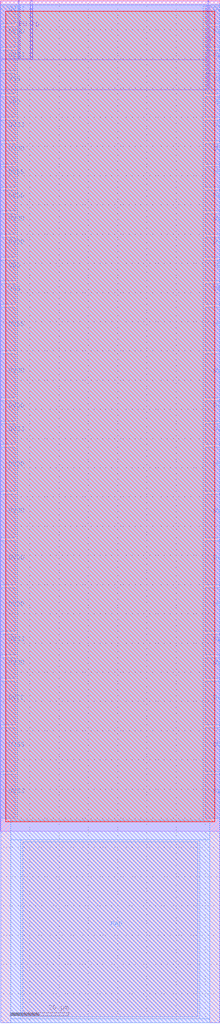
<source format=lef>
VERSION 5.7 ;
  NOWIREEXTENSIONATPIN ON ;
  DIVIDERCHAR "/" ;
  BUSBITCHARS "[]" ;
MACRO gf180mcu_ocd_io__in_s
  CLASS PAD INPUT ;
  FOREIGN gf180mcu_ocd_io__in_s ;
  ORIGIN 0.000 0.000 ;
  SIZE 75.000 BY 350.000 ;
  SYMMETRY X Y R90 ;
  SITE GF_IO_Site ;
  PIN DVDD
    ANTENNAGATEAREA 3.360000 ;
    ANTENNADIFFAREA 3422.235107 ;
    PORT
      LAYER Metal4 ;
        RECT 0.000 182.000 5.000 197.000 ;
    END
    PORT
      LAYER Metal4 ;
        RECT 0.000 214.000 5.000 229.000 ;
    END
    PORT
      LAYER Metal4 ;
        RECT 0.000 334.000 5.000 341.000 ;
    END
    PORT
      LAYER Metal4 ;
        RECT 0.000 294.000 5.000 301.000 ;
    END
    PORT
      LAYER Metal4 ;
        RECT 0.000 278.000 5.000 285.000 ;
    END
    PORT
      LAYER Metal4 ;
        RECT 0.000 270.000 5.000 277.000 ;
    END
    PORT
      LAYER Metal4 ;
        RECT 0.000 262.000 5.000 269.000 ;
    END
    PORT
      LAYER Metal4 ;
        RECT 0.000 206.000 5.000 213.000 ;
    END
    PORT
      LAYER Metal4 ;
        RECT 0.000 118.000 5.000 125.000 ;
    END
    PORT
      LAYER Metal4 ;
        RECT 0.000 134.000 5.000 149.000 ;
    END
    PORT
      LAYER Metal4 ;
        RECT 0.000 150.000 5.000 165.000 ;
    END
    PORT
      LAYER Metal4 ;
        RECT 0.000 166.000 5.000 181.000 ;
    END
    PORT
      LAYER Metal4 ;
        RECT 70.000 182.000 75.000 197.000 ;
    END
    PORT
      LAYER Metal4 ;
        RECT 70.000 214.000 75.000 229.000 ;
    END
    PORT
      LAYER Metal4 ;
        RECT 70.000 334.000 75.000 341.000 ;
    END
    PORT
      LAYER Metal4 ;
        RECT 70.000 294.000 75.000 301.000 ;
    END
    PORT
      LAYER Metal4 ;
        RECT 70.000 278.000 75.000 285.000 ;
    END
    PORT
      LAYER Metal4 ;
        RECT 70.000 270.000 75.000 277.000 ;
    END
    PORT
      LAYER Metal4 ;
        RECT 70.000 262.000 75.000 269.000 ;
    END
    PORT
      LAYER Metal4 ;
        RECT 70.000 206.000 75.000 213.000 ;
    END
    PORT
      LAYER Metal4 ;
        RECT 70.000 118.000 75.000 125.000 ;
    END
    PORT
      LAYER Metal4 ;
        RECT 70.000 134.000 75.000 149.000 ;
    END
    PORT
      LAYER Metal4 ;
        RECT 70.000 150.000 75.000 165.000 ;
    END
    PORT
      LAYER Metal4 ;
        RECT 70.000 166.000 75.000 181.000 ;
    END
  END DVDD
  PIN DVSS
    ANTENNAGATEAREA 3.360000 ;
    ANTENNADIFFAREA 2855.983887 ;
    PORT
      LAYER Metal4 ;
        RECT 0.000 86.000 5.000 101.000 ;
    END
    PORT
      LAYER Metal4 ;
        RECT 0.000 70.000 5.000 85.000 ;
    END
    PORT
      LAYER Metal4 ;
        RECT 0.000 230.000 5.000 245.000 ;
    END
    PORT
      LAYER Metal4 ;
        RECT 0.000 198.000 5.000 205.000 ;
    END
    PORT
      LAYER Metal4 ;
        RECT 0.000 102.000 5.000 117.000 ;
    END
    PORT
      LAYER Metal4 ;
        RECT 0.000 126.000 5.000 133.000 ;
    END
    PORT
      LAYER Metal4 ;
        RECT 0.000 286.000 5.000 293.000 ;
    END
    PORT
      LAYER Metal4 ;
        RECT 0.000 302.000 5.000 309.000 ;
    END
    PORT
      LAYER Metal4 ;
        RECT 0.000 326.000 5.000 333.000 ;
    END
    PORT
      LAYER Metal4 ;
        RECT 0.000 342.000 5.000 348.390 ;
    END
    PORT
      LAYER Metal4 ;
        RECT 70.000 86.000 75.000 101.000 ;
    END
    PORT
      LAYER Metal4 ;
        RECT 70.000 70.000 75.000 85.000 ;
    END
    PORT
      LAYER Metal4 ;
        RECT 70.000 230.000 75.000 245.000 ;
    END
    PORT
      LAYER Metal4 ;
        RECT 70.000 198.000 75.000 205.000 ;
    END
    PORT
      LAYER Metal4 ;
        RECT 70.000 102.000 75.000 117.000 ;
    END
    PORT
      LAYER Metal4 ;
        RECT 70.000 126.000 75.000 133.000 ;
    END
    PORT
      LAYER Metal4 ;
        RECT 70.000 286.000 75.000 293.000 ;
    END
    PORT
      LAYER Metal4 ;
        RECT 70.000 302.000 75.000 309.000 ;
    END
    PORT
      LAYER Metal4 ;
        RECT 70.000 326.000 75.000 333.000 ;
    END
    PORT
      LAYER Metal4 ;
        RECT 70.000 342.000 75.000 348.390 ;
    END
  END DVSS
  PIN PAD
    ANTENNADIFFAREA 258.720001 ;
    PORT
      LAYER Metal4 ;
        RECT 7.500 2.000 67.500 62.000 ;
    END
  END PAD
  PIN PD
    ANTENNAGATEAREA 1.512000 ;
    ANTENNADIFFAREA 1.000000 ;
    PORT
      LAYER Metal2 ;
        RECT 10.330 329.950 10.710 349.850 ;
    END
  END PD
  PIN PU
    ANTENNAGATEAREA 1.008000 ;
    ANTENNADIFFAREA 1.795000 ;
    PORT
      LAYER Metal2 ;
        RECT 5.965 330.270 6.345 349.850 ;
    END
  END PU
  PIN VDD
    USE POWER ;
    PORT
      LAYER Metal4 ;
        RECT 0.000 254.000 5.000 261.000 ;
    END
    PORT
      LAYER Metal4 ;
        RECT 0.000 310.000 5.000 317.000 ;
    END
    PORT
      LAYER Metal4 ;
        RECT 70.000 254.000 75.000 261.000 ;
    END
    PORT
      LAYER Metal4 ;
        RECT 70.000 310.000 75.000 317.000 ;
    END
  END VDD
  PIN VSS
    USE GROUND ;
    PORT
      LAYER Metal4 ;
        RECT 0.000 318.000 5.000 325.000 ;
    END
    PORT
      LAYER Metal4 ;
        RECT 0.000 246.000 5.000 253.000 ;
    END
    PORT
      LAYER Metal4 ;
        RECT 70.000 318.000 75.000 325.000 ;
    END
    PORT
      LAYER Metal4 ;
        RECT 70.000 246.000 75.000 253.000 ;
    END
  END VSS
  PIN Y
    ANTENNADIFFAREA 3.240000 ;
    PORT
      LAYER Metal2 ;
        RECT 70.860 319.750 71.240 349.850 ;
    END
  END Y
  OBS
      LAYER Nwell ;
        RECT 1.630 68.745 73.195 346.385 ;
      LAYER Metal1 ;
        RECT -0.160 65.540 75.160 349.785 ;
      LAYER Metal2 ;
        RECT 0.000 329.970 5.665 348.650 ;
        RECT 6.645 329.970 10.030 348.650 ;
        RECT 0.000 329.650 10.030 329.970 ;
        RECT 11.010 329.650 70.560 348.650 ;
        RECT 0.000 319.450 70.560 329.650 ;
        RECT 71.540 319.450 75.000 348.650 ;
        RECT 0.000 0.000 75.000 319.450 ;
      LAYER Metal3 ;
        RECT 0.000 0.000 75.000 348.390 ;
      LAYER Metal4 ;
        RECT 5.600 69.400 69.400 348.390 ;
        RECT 3.500 62.600 71.500 69.400 ;
        RECT 3.500 1.400 6.900 62.600 ;
        RECT 68.100 1.400 71.500 62.600 ;
        RECT 3.500 0.000 71.500 1.400 ;
  END
END gf180mcu_ocd_io__in_s
END LIBRARY


</source>
